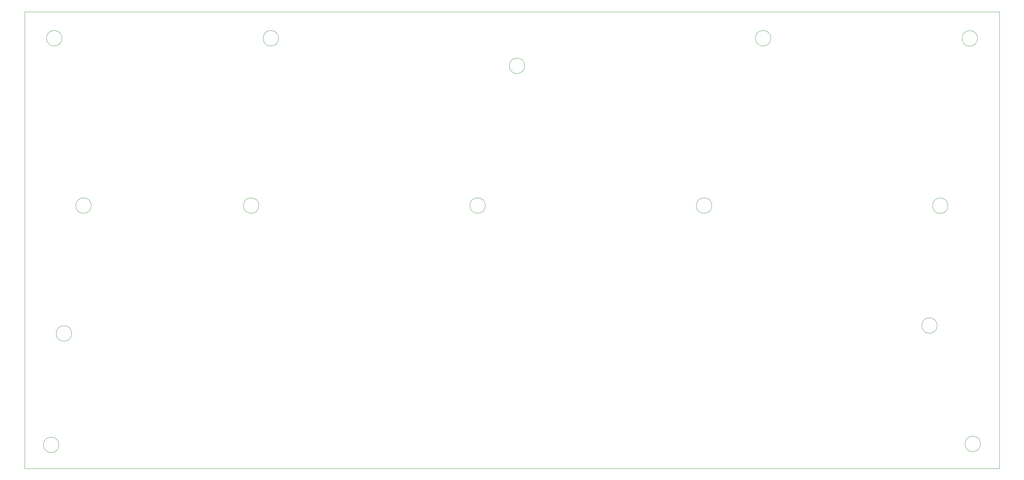
<source format=gbr>
%TF.GenerationSoftware,KiCad,Pcbnew,(6.0.9)*%
%TF.CreationDate,2022-12-20T13:31:30+02:00*%
%TF.ProjectId,piPDU,70695044-552e-46b6-9963-61645f706362,rev?*%
%TF.SameCoordinates,Original*%
%TF.FileFunction,Profile,NP*%
%FSLAX46Y46*%
G04 Gerber Fmt 4.6, Leading zero omitted, Abs format (unit mm)*
G04 Created by KiCad (PCBNEW (6.0.9)) date 2022-12-20 13:31:30*
%MOMM*%
%LPD*%
G01*
G04 APERTURE LIST*
%TA.AperFunction,Profile*%
%ADD10C,0.100000*%
%TD*%
G04 APERTURE END LIST*
D10*
X32480000Y-114268000D02*
G75*
G03*
X32480000Y-114268000I-2000000J0D01*
G01*
X139192000Y-81280000D02*
G75*
G03*
X139192000Y-81280000I-2000000J0D01*
G01*
X29972000Y-38100000D02*
G75*
G03*
X29972000Y-38100000I-2000000J0D01*
G01*
X29178000Y-143034000D02*
G75*
G03*
X29178000Y-143034000I-2000000J0D01*
G01*
X197612000Y-81280000D02*
G75*
G03*
X197612000Y-81280000I-2000000J0D01*
G01*
X85852000Y-38100000D02*
G75*
G03*
X85852000Y-38100000I-2000000J0D01*
G01*
X266922000Y-142780000D02*
G75*
G03*
X266922000Y-142780000I-2000000J0D01*
G01*
X255746000Y-112236000D02*
G75*
G03*
X255746000Y-112236000I-2000000J0D01*
G01*
X37528000Y-81280000D02*
G75*
G03*
X37528000Y-81280000I-2000000J0D01*
G01*
X266160000Y-38132000D02*
G75*
G03*
X266160000Y-38132000I-2000000J0D01*
G01*
X80772000Y-81280000D02*
G75*
G03*
X80772000Y-81280000I-2000000J0D01*
G01*
X271780000Y-31242000D02*
X20320000Y-31242000D01*
X20320000Y-31242000D02*
X20320000Y-149098000D01*
X20320000Y-149098000D02*
X271780000Y-149098000D01*
X271780000Y-149098000D02*
X271780000Y-31242000D01*
X149352000Y-45212000D02*
G75*
G03*
X149352000Y-45212000I-2000000J0D01*
G01*
X212852000Y-38100000D02*
G75*
G03*
X212852000Y-38100000I-2000000J0D01*
G01*
X258540000Y-81312000D02*
G75*
G03*
X258540000Y-81312000I-2000000J0D01*
G01*
M02*

</source>
